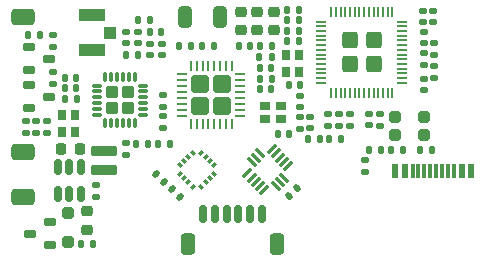
<source format=gbr>
%TF.GenerationSoftware,KiCad,Pcbnew,(7.0.0)*%
%TF.CreationDate,2023-08-06T02:22:59-04:00*%
%TF.ProjectId,Rotini-Hardware,526f7469-6e69-42d4-9861-726477617265,rev?*%
%TF.SameCoordinates,Original*%
%TF.FileFunction,Paste,Top*%
%TF.FilePolarity,Positive*%
%FSLAX46Y46*%
G04 Gerber Fmt 4.6, Leading zero omitted, Abs format (unit mm)*
G04 Created by KiCad (PCBNEW (7.0.0)) date 2023-08-06 02:22:59*
%MOMM*%
%LPD*%
G01*
G04 APERTURE LIST*
G04 Aperture macros list*
%AMRoundRect*
0 Rectangle with rounded corners*
0 $1 Rounding radius*
0 $2 $3 $4 $5 $6 $7 $8 $9 X,Y pos of 4 corners*
0 Add a 4 corners polygon primitive as box body*
4,1,4,$2,$3,$4,$5,$6,$7,$8,$9,$2,$3,0*
0 Add four circle primitives for the rounded corners*
1,1,$1+$1,$2,$3*
1,1,$1+$1,$4,$5*
1,1,$1+$1,$6,$7*
1,1,$1+$1,$8,$9*
0 Add four rect primitives between the rounded corners*
20,1,$1+$1,$2,$3,$4,$5,0*
20,1,$1+$1,$4,$5,$6,$7,0*
20,1,$1+$1,$6,$7,$8,$9,0*
20,1,$1+$1,$8,$9,$2,$3,0*%
%AMRotRect*
0 Rectangle, with rotation*
0 The origin of the aperture is its center*
0 $1 length*
0 $2 width*
0 $3 Rotation angle, in degrees counterclockwise*
0 Add horizontal line*
21,1,$1,$2,0,0,$3*%
G04 Aperture macros list end*
%ADD10RoundRect,0.225000X0.225000X0.250000X-0.225000X0.250000X-0.225000X-0.250000X0.225000X-0.250000X0*%
%ADD11RoundRect,0.135000X0.135000X0.185000X-0.135000X0.185000X-0.135000X-0.185000X0.135000X-0.185000X0*%
%ADD12RoundRect,0.135000X-0.135000X-0.185000X0.135000X-0.185000X0.135000X0.185000X-0.135000X0.185000X0*%
%ADD13RoundRect,0.250000X-0.250000X-0.250000X0.250000X-0.250000X0.250000X0.250000X-0.250000X0.250000X0*%
%ADD14RoundRect,0.218750X-0.256250X0.218750X-0.256250X-0.218750X0.256250X-0.218750X0.256250X0.218750X0*%
%ADD15RoundRect,0.140000X-0.140000X-0.170000X0.140000X-0.170000X0.140000X0.170000X-0.140000X0.170000X0*%
%ADD16RoundRect,0.140000X-0.170000X0.140000X-0.170000X-0.140000X0.170000X-0.140000X0.170000X0.140000X0*%
%ADD17RoundRect,0.218750X0.256250X-0.218750X0.256250X0.218750X-0.256250X0.218750X-0.256250X-0.218750X0*%
%ADD18RoundRect,0.350000X0.650000X-0.350000X0.650000X0.350000X-0.650000X0.350000X-0.650000X-0.350000X0*%
%ADD19RoundRect,0.225000X-0.250000X0.225000X-0.250000X-0.225000X0.250000X-0.225000X0.250000X0.225000X0*%
%ADD20RoundRect,0.140000X0.170000X-0.140000X0.170000X0.140000X-0.170000X0.140000X-0.170000X-0.140000X0*%
%ADD21RoundRect,0.140000X0.140000X0.170000X-0.140000X0.170000X-0.140000X-0.170000X0.140000X-0.170000X0*%
%ADD22RoundRect,0.135000X-0.185000X0.135000X-0.185000X-0.135000X0.185000X-0.135000X0.185000X0.135000X0*%
%ADD23RoundRect,0.309735X0.390265X-0.390265X0.390265X0.390265X-0.390265X0.390265X-0.390265X-0.390265X0*%
%ADD24RoundRect,0.050000X0.050000X-0.387500X0.050000X0.387500X-0.050000X0.387500X-0.050000X-0.387500X0*%
%ADD25RoundRect,0.050000X0.387500X-0.050000X0.387500X0.050000X-0.387500X0.050000X-0.387500X-0.050000X0*%
%ADD26RoundRect,0.150000X0.400000X0.150000X-0.400000X0.150000X-0.400000X-0.150000X0.400000X-0.150000X0*%
%ADD27RoundRect,0.212500X0.887500X-0.212500X0.887500X0.212500X-0.887500X0.212500X-0.887500X-0.212500X0*%
%ADD28RoundRect,0.250000X-0.285000X-0.285000X0.285000X-0.285000X0.285000X0.285000X-0.285000X0.285000X0*%
%ADD29RoundRect,0.075000X-0.350000X-0.075000X0.350000X-0.075000X0.350000X0.075000X-0.350000X0.075000X0*%
%ADD30RoundRect,0.075000X-0.075000X-0.350000X0.075000X-0.350000X0.075000X0.350000X-0.075000X0.350000X0*%
%ADD31RoundRect,0.140000X0.021213X-0.219203X0.219203X-0.021213X-0.021213X0.219203X-0.219203X0.021213X0*%
%ADD32RotRect,1.000000X0.300000X225.000000*%
%ADD33RotRect,0.300000X1.000000X225.000000*%
%ADD34R,0.600000X1.160000*%
%ADD35R,0.300000X1.160000*%
%ADD36RoundRect,0.150000X-0.400000X-0.150000X0.400000X-0.150000X0.400000X0.150000X-0.400000X0.150000X0*%
%ADD37R,0.800000X0.900000*%
%ADD38RoundRect,0.250000X-0.325000X-0.650000X0.325000X-0.650000X0.325000X0.650000X-0.325000X0.650000X0*%
%ADD39RoundRect,0.147500X-0.147500X-0.172500X0.147500X-0.172500X0.147500X0.172500X-0.147500X0.172500X0*%
%ADD40RoundRect,0.150000X-0.150000X0.512500X-0.150000X-0.512500X0.150000X-0.512500X0.150000X0.512500X0*%
%ADD41RoundRect,0.250000X-0.250000X0.250000X-0.250000X-0.250000X0.250000X-0.250000X0.250000X0.250000X0*%
%ADD42R,1.050000X1.000000*%
%ADD43R,2.200000X1.050000*%
%ADD44RoundRect,0.135000X0.185000X-0.135000X0.185000X0.135000X-0.185000X0.135000X-0.185000X-0.135000X0*%
%ADD45RoundRect,0.147500X0.172500X-0.147500X0.172500X0.147500X-0.172500X0.147500X-0.172500X-0.147500X0*%
%ADD46RoundRect,0.140000X0.219203X0.021213X0.021213X0.219203X-0.219203X-0.021213X-0.021213X-0.219203X0*%
%ADD47RoundRect,0.150000X0.150000X0.625000X-0.150000X0.625000X-0.150000X-0.625000X0.150000X-0.625000X0*%
%ADD48RoundRect,0.250000X0.350000X0.650000X-0.350000X0.650000X-0.350000X-0.650000X0.350000X-0.650000X0*%
%ADD49R,0.900000X0.800000*%
%ADD50RoundRect,0.250000X-0.495000X0.495000X-0.495000X-0.495000X0.495000X-0.495000X0.495000X0.495000X0*%
%ADD51RoundRect,0.062500X-0.062500X0.337500X-0.062500X-0.337500X0.062500X-0.337500X0.062500X0.337500X0*%
%ADD52RoundRect,0.062500X-0.337500X0.062500X-0.337500X-0.062500X0.337500X-0.062500X0.337500X0.062500X0*%
%ADD53RotRect,0.300000X0.450000X315.000000*%
%ADD54RotRect,0.300000X0.450000X225.000000*%
G04 APERTURE END LIST*
D10*
%TO.C,C23*%
X-12931429Y-1525436D03*
X-14481429Y-1525436D03*
%TD*%
D11*
%TO.C,R60*%
X3310000Y6250000D03*
X2290000Y6250000D03*
%TD*%
D12*
%TO.C,R63*%
X-2610000Y7150000D03*
X-1590000Y7150000D03*
%TD*%
D13*
%TO.C,D42*%
X13750000Y-400000D03*
X16250000Y-400000D03*
%TD*%
D14*
%TO.C,D60*%
X700000Y10087500D03*
X700000Y8512500D03*
%TD*%
D15*
%TO.C,C12*%
X4642149Y7621793D03*
X5602149Y7621793D03*
%TD*%
%TO.C,C63*%
X2370000Y7150000D03*
X3330000Y7150000D03*
%TD*%
D11*
%TO.C,R41*%
X5629349Y9350166D03*
X4609349Y9350166D03*
%TD*%
D16*
%TO.C,C10*%
X5700000Y2980000D03*
X5700000Y2020000D03*
%TD*%
D17*
%TO.C,D40*%
X3500000Y8512500D03*
X3500000Y10087500D03*
%TD*%
D18*
%TO.C,J3*%
X-17700000Y-5600000D03*
%TD*%
D15*
%TO.C,C62*%
X2320000Y3500000D03*
X3280000Y3500000D03*
%TD*%
D12*
%TO.C,R56*%
X15890000Y-1600000D03*
X16910000Y-1600000D03*
%TD*%
D19*
%TO.C,C20*%
X-12300000Y-8375000D03*
X-12300000Y-6825000D03*
%TD*%
D20*
%TO.C,C4*%
X16200000Y3420000D03*
X16200000Y4380000D03*
%TD*%
D15*
%TO.C,C102*%
X-6980000Y8400000D03*
X-6020000Y8400000D03*
%TD*%
D18*
%TO.C,J7*%
X-17700000Y-1800000D03*
%TD*%
D20*
%TO.C,C7*%
X16100000Y9220000D03*
X16100000Y10180000D03*
%TD*%
D11*
%TO.C,R67*%
X-3490000Y7150000D03*
X-4510000Y7150000D03*
%TD*%
D21*
%TO.C,C13*%
X7380000Y-700000D03*
X6420000Y-700000D03*
%TD*%
%TO.C,C61*%
X4780000Y-300000D03*
X3820000Y-300000D03*
%TD*%
D22*
%TO.C,R4*%
X17100000Y5510000D03*
X17100000Y4490000D03*
%TD*%
D17*
%TO.C,D41*%
X2100000Y8512500D03*
X2100000Y10087500D03*
%TD*%
D22*
%TO.C,R20*%
X-16600000Y810000D03*
X-16600000Y-210000D03*
%TD*%
D21*
%TO.C,C11*%
X5730000Y3850000D03*
X4770000Y3850000D03*
%TD*%
D15*
%TO.C,C70*%
X-8130000Y-1125000D03*
X-7170000Y-1125000D03*
%TD*%
D23*
%TO.C,U1*%
X9950000Y5650000D03*
X11950000Y5650000D03*
X9950000Y7650000D03*
X11950000Y7650000D03*
D24*
X8350000Y3212500D03*
X8750000Y3212500D03*
X9150000Y3212500D03*
X9550000Y3212500D03*
X9950000Y3212500D03*
X10350000Y3212500D03*
X10750000Y3212500D03*
X11150000Y3212500D03*
X11550000Y3212500D03*
X11950000Y3212500D03*
X12350000Y3212500D03*
X12750000Y3212500D03*
X13150000Y3212500D03*
X13550000Y3212500D03*
D25*
X14387500Y4050000D03*
X14387500Y4450000D03*
X14387500Y4850000D03*
X14387500Y5250000D03*
X14387500Y5650000D03*
X14387500Y6050000D03*
X14387500Y6450000D03*
X14387500Y6850000D03*
X14387500Y7250000D03*
X14387500Y7650000D03*
X14387500Y8050000D03*
X14387500Y8450000D03*
X14387500Y8850000D03*
X14387500Y9250000D03*
D24*
X13550000Y10087500D03*
X13150000Y10087500D03*
X12750000Y10087500D03*
X12350000Y10087500D03*
X11950000Y10087500D03*
X11550000Y10087500D03*
X11150000Y10087500D03*
X10750000Y10087500D03*
X10350000Y10087500D03*
X9950000Y10087500D03*
X9550000Y10087500D03*
X9150000Y10087500D03*
X8750000Y10087500D03*
X8350000Y10087500D03*
D25*
X7512500Y9250000D03*
X7512500Y8850000D03*
X7512500Y8450000D03*
X7512500Y8050000D03*
X7512500Y7650000D03*
X7512500Y7250000D03*
X7512500Y6850000D03*
X7512500Y6450000D03*
X7512500Y6050000D03*
X7512500Y5650000D03*
X7512500Y5250000D03*
X7512500Y4850000D03*
X7512500Y4450000D03*
X7512500Y4050000D03*
%TD*%
D20*
%TO.C,C9*%
X6600000Y220000D03*
X6600000Y1180000D03*
%TD*%
D26*
%TO.C,Q20*%
X-17150000Y-8700000D03*
X-15450000Y-7750000D03*
X-15450000Y-9650000D03*
%TD*%
D21*
%TO.C,C74*%
X-13225000Y4450000D03*
X-14185000Y4450000D03*
%TD*%
D12*
%TO.C,R1*%
X8190000Y-700000D03*
X9210000Y-700000D03*
%TD*%
D27*
%TO.C,L20*%
X-10850000Y-1675000D03*
X-10850000Y-3325000D03*
%TD*%
D12*
%TO.C,R32*%
X-17310000Y8100000D03*
X-16290000Y8100000D03*
%TD*%
%TO.C,R43*%
X11590000Y-1600000D03*
X12610000Y-1600000D03*
%TD*%
D20*
%TO.C,C6*%
X16950000Y9220000D03*
X16950000Y10180000D03*
%TD*%
%TO.C,C104*%
X-6000000Y6420000D03*
X-6000000Y7380000D03*
%TD*%
%TO.C,C1*%
X8100000Y420000D03*
X8100000Y1380000D03*
%TD*%
D28*
%TO.C,U70*%
X-10195000Y3240000D03*
X-10195000Y1920000D03*
X-8875000Y3240000D03*
X-8875000Y1920000D03*
D29*
X-11485000Y3830000D03*
X-11485000Y3330000D03*
X-11485000Y2830000D03*
X-11485000Y2330000D03*
X-11485000Y1830000D03*
X-11485000Y1330000D03*
D30*
X-10785000Y630000D03*
X-10285000Y630000D03*
X-9785000Y630000D03*
X-9285000Y630000D03*
X-8785000Y630000D03*
X-8285000Y630000D03*
D29*
X-7585000Y1330000D03*
X-7585000Y1830000D03*
X-7585000Y2330000D03*
X-7585000Y2830000D03*
X-7585000Y3330000D03*
X-7585000Y3830000D03*
D30*
X-8285000Y4530000D03*
X-8785000Y4530000D03*
X-9285000Y4530000D03*
X-9785000Y4530000D03*
X-10285000Y4530000D03*
X-10785000Y4530000D03*
%TD*%
D22*
%TO.C,R66*%
X-5905000Y3035000D03*
X-5905000Y2015000D03*
%TD*%
D31*
%TO.C,C31*%
X4760589Y-5539411D03*
X5439411Y-4860589D03*
%TD*%
D20*
%TO.C,C3*%
X9000000Y420000D03*
X9000000Y1380000D03*
%TD*%
D11*
%TO.C,R40*%
X5629349Y10250166D03*
X4609349Y10250166D03*
%TD*%
D32*
%TO.C,U31*%
X4732411Y-2981801D03*
X4378857Y-2628248D03*
X4025304Y-2274694D03*
X3671750Y-1921141D03*
X3318197Y-1567587D03*
D33*
X2328248Y-1921141D03*
X1974694Y-2274694D03*
X1621141Y-2628248D03*
D32*
X1267587Y-3618197D03*
X1621141Y-3971750D03*
X1974694Y-4325304D03*
X2328248Y-4678857D03*
X2681801Y-5032411D03*
D33*
X3671750Y-4678857D03*
X4025304Y-4325304D03*
X4378857Y-3971750D03*
%TD*%
D34*
%TO.C,U52*%
X13799999Y-3404999D03*
X14599999Y-3404999D03*
D35*
X15749999Y-3404999D03*
X16749999Y-3404999D03*
X17249999Y-3404999D03*
X18249999Y-3404999D03*
D34*
X19399999Y-3404999D03*
X20199999Y-3404999D03*
X20199999Y-3404999D03*
X19399999Y-3404999D03*
D35*
X18749999Y-3404999D03*
X17749999Y-3404999D03*
X16249999Y-3404999D03*
X15249999Y-3404999D03*
D34*
X14599999Y-3404999D03*
X13799999Y-3404999D03*
%TD*%
D36*
%TO.C,Q30*%
X-17250000Y3850000D03*
X-17250000Y1950000D03*
X-15550000Y2900000D03*
%TD*%
D22*
%TO.C,R65*%
X-5905000Y1235000D03*
X-5905000Y215000D03*
%TD*%
D20*
%TO.C,C5*%
X16200000Y7420000D03*
X16200000Y8380000D03*
%TD*%
D11*
%TO.C,R64*%
X-13195000Y2725000D03*
X-14215000Y2725000D03*
%TD*%
D21*
%TO.C,C65*%
X1480000Y7150000D03*
X520000Y7150000D03*
%TD*%
D37*
%TO.C,U2*%
X4499999Y6399999D03*
X4499999Y4999999D03*
X5599999Y4999999D03*
X5599999Y6399999D03*
%TD*%
D16*
%TO.C,C40*%
X11598825Y1439078D03*
X11598825Y479078D03*
%TD*%
D38*
%TO.C,J61*%
X-3975000Y9600000D03*
X-1025000Y9600000D03*
%TD*%
D13*
%TO.C,D20*%
X13750000Y1200000D03*
X16250000Y1200000D03*
%TD*%
D36*
%TO.C,Q31*%
X-17250000Y7050000D03*
X-17250000Y5150000D03*
X-15550000Y6100000D03*
%TD*%
D16*
%TO.C,C72*%
X-9050000Y-1070000D03*
X-9050000Y-2030000D03*
%TD*%
D20*
%TO.C,C60*%
X5700000Y190000D03*
X5700000Y1150000D03*
%TD*%
D39*
%TO.C,L101*%
X-8985000Y6400000D03*
X-8015000Y6400000D03*
%TD*%
D21*
%TO.C,C71*%
X-13225000Y3600000D03*
X-14185000Y3600000D03*
%TD*%
D40*
%TO.C,U20*%
X-12850000Y-5337500D03*
X-13800000Y-5337500D03*
X-14750000Y-5337500D03*
X-14750000Y-3062500D03*
X-13800000Y-3062500D03*
X-12850000Y-3062500D03*
%TD*%
D21*
%TO.C,C73*%
X-5320000Y-1100000D03*
X-6280000Y-1100000D03*
%TD*%
D41*
%TO.C,D21*%
X-13900000Y-9450000D03*
X-13900000Y-6950000D03*
%TD*%
D20*
%TO.C,C101*%
X-8000000Y7420000D03*
X-8000000Y8380000D03*
%TD*%
D42*
%TO.C,J60*%
X-10349999Y8299999D03*
D43*
X-11874999Y6824999D03*
X-11874999Y9774999D03*
%TD*%
D44*
%TO.C,R21*%
X-15700000Y-210000D03*
X-15700000Y810000D03*
%TD*%
D45*
%TO.C,L102*%
X-7000000Y6415000D03*
X-7000000Y7385000D03*
%TD*%
D22*
%TO.C,R5*%
X17100000Y7410000D03*
X17100000Y6390000D03*
%TD*%
D46*
%TO.C,C17*%
X-4460589Y-5639411D03*
X-5139411Y-4960589D03*
%TD*%
D21*
%TO.C,C103*%
X-7020000Y9350000D03*
X-7980000Y9350000D03*
%TD*%
D46*
%TO.C,C16*%
X-5760589Y-4339411D03*
X-6439411Y-3660589D03*
%TD*%
D15*
%TO.C,C8*%
X4640603Y8469961D03*
X5600603Y8469961D03*
%TD*%
D47*
%TO.C,J1*%
X2500000Y-7075000D03*
X1500000Y-7075000D03*
X500000Y-7075000D03*
X-500000Y-7075000D03*
X-1500000Y-7075000D03*
X-2500000Y-7075000D03*
D48*
X3800000Y-9600000D03*
X-3800000Y-9600000D03*
%TD*%
D16*
%TO.C,C21*%
X-11550000Y-5580000D03*
X-11550000Y-4620000D03*
%TD*%
D12*
%TO.C,R22*%
X-11790000Y-9600000D03*
X-12810000Y-9600000D03*
%TD*%
D22*
%TO.C,R31*%
X-15200000Y8110000D03*
X-15200000Y7090000D03*
%TD*%
D21*
%TO.C,C64*%
X3300000Y5300000D03*
X2340000Y5300000D03*
%TD*%
D22*
%TO.C,R68*%
X12500000Y1460000D03*
X12500000Y440000D03*
%TD*%
D12*
%TO.C,R42*%
X13390000Y-1600000D03*
X14410000Y-1600000D03*
%TD*%
D44*
%TO.C,R30*%
X-15200000Y3990000D03*
X-15200000Y5010000D03*
%TD*%
D22*
%TO.C,R57*%
X11200000Y-2490000D03*
X11200000Y-3510000D03*
%TD*%
D37*
%TO.C,U71*%
X-13354999Y-74999D03*
X-13354999Y1324999D03*
X-14454999Y1324999D03*
X-14454999Y-74999D03*
%TD*%
D49*
%TO.C,U61*%
X4149999Y2099999D03*
X2749999Y2099999D03*
X2749999Y999999D03*
X4149999Y999999D03*
%TD*%
D50*
%TO.C,U60*%
X-855000Y3950000D03*
X-2705000Y3950000D03*
X-855000Y2100000D03*
X-2705000Y2100000D03*
D51*
X-30000Y5475000D03*
X-530000Y5475000D03*
X-1030000Y5475000D03*
X-1530000Y5475000D03*
X-2030000Y5475000D03*
X-2530000Y5475000D03*
X-3030000Y5475000D03*
X-3530000Y5475000D03*
D52*
X-4230000Y4775000D03*
X-4230000Y4275000D03*
X-4230000Y3775000D03*
X-4230000Y3275000D03*
X-4230000Y2775000D03*
X-4230000Y2275000D03*
X-4230000Y1775000D03*
X-4230000Y1275000D03*
D51*
X-3530000Y575000D03*
X-3030000Y575000D03*
X-2530000Y575000D03*
X-2030000Y575000D03*
X-1530000Y575000D03*
X-1030000Y575000D03*
X-530000Y575000D03*
X-30000Y575000D03*
D52*
X670000Y1275000D03*
X670000Y1775000D03*
X670000Y2275000D03*
X670000Y2775000D03*
X670000Y3275000D03*
X670000Y3775000D03*
X670000Y4275000D03*
X670000Y4775000D03*
%TD*%
D18*
%TO.C,J8*%
X-17700000Y9600000D03*
%TD*%
D20*
%TO.C,C2*%
X9947514Y420000D03*
X9947514Y1380000D03*
%TD*%
D53*
%TO.C,U3*%
X-1568108Y-2928768D03*
X-1921661Y-2575215D03*
X-2275215Y-2221661D03*
X-2628768Y-1868108D03*
D54*
X-3371230Y-1868108D03*
X-3724783Y-2221661D03*
X-4078337Y-2575215D03*
X-4431890Y-2928768D03*
D53*
X-4431890Y-3671230D03*
X-4078337Y-4024783D03*
X-3724783Y-4378337D03*
X-3371230Y-4731890D03*
D54*
X-2628768Y-4731890D03*
X-2275215Y-4378337D03*
X-1921661Y-4024783D03*
X-1568108Y-3671230D03*
%TD*%
D22*
%TO.C,R3*%
X16200000Y6610000D03*
X16200000Y5590000D03*
%TD*%
D16*
%TO.C,C22*%
X-17500000Y800000D03*
X-17500000Y-160000D03*
%TD*%
D11*
%TO.C,R62*%
X3330000Y4400000D03*
X2310000Y4400000D03*
%TD*%
D20*
%TO.C,C100*%
X-9000000Y7420000D03*
X-9000000Y8380000D03*
%TD*%
M02*

</source>
